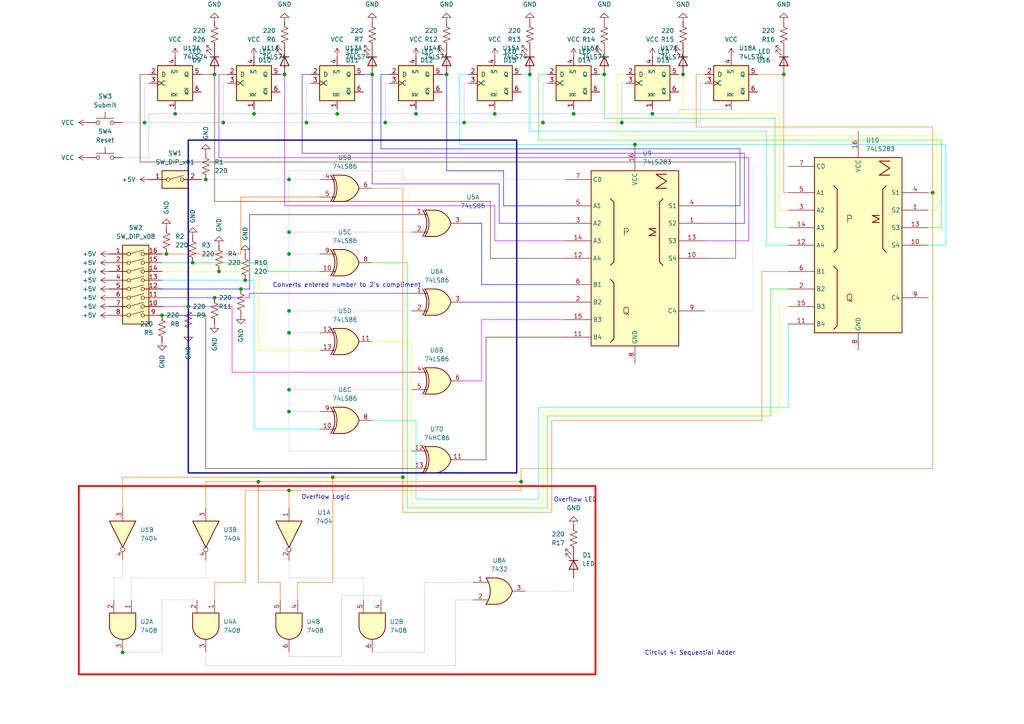
<source format=kicad_sch>
(kicad_sch (version 20231120) (generator "eeschema") (generator_version "8.0")
  (paper "A4")
  (lib_symbols
    (symbol "74xx:74LS04"
      (property "Reference" "U" (at 0 1.27 0))
      (property "Value" "74LS04" (at 0 -1.27 0))
      (symbol "74LS04_1_0"
        (pin input line (at -7.62 0 0) (length 3.81) (name "~") (number "1"))
        (pin output inverted (at 7.62 0 180) (length 3.81) (name "~") (number "2"))
      )
      (symbol "74LS04_2_0"
        (pin input line (at -7.62 0 0) (length 3.81) (name "~") (number "3"))
        (pin output inverted (at 7.62 0 180) (length 3.81) (name "~") (number "4"))
      )
      (symbol "74LS04_3_0"
        (pin input line (at -7.62 0 0) (length 3.81) (name "~") (number "5"))
        (pin output inverted (at 7.62 0 180) (length 3.81) (name "~") (number "6"))
      )
      (symbol "74LS04_4_0"
        (pin output inverted (at 7.62 0 180) (length 3.81) (name "~") (number "8"))
        (pin input line (at -7.62 0 0) (length 3.81) (name "~") (number "9"))
      )
      (symbol "74LS04_5_0"
        (pin output inverted (at 7.62 0 180) (length 3.81) (name "~") (number "10"))
        (pin input line (at -7.62 0 0) (length 3.81) (name "~") (number "11"))
      )
      (symbol "74LS04_6_0"
        (pin output inverted (at 7.62 0 180) (length 3.81) (name "~") (number "12"))
        (pin input line (at -7.62 0 0) (length 3.81) (name "~") (number "13"))
      )
      (symbol "74LS04_7_0"
        (pin power_in line (at 0 12.7 270) (length 5.08) (name "VCC") (number "14"))
        (pin power_in line (at 0 -12.7 90) (length 5.08) (name "GND") (number "7"))
      )
    )
    (symbol "74xx:74LS08" (pin_names (offset 1.016))
      (property "Reference" "U" (at 0 1.27 0))
      (property "Value" "74LS08" (at 0 -1.27 0))
      (symbol "74LS08_1_1"
        (pin input line (at -7.62 2.54 0) (length 3.81) (name "~") (number "1"))
        (pin input line (at -7.62 -2.54 0) (length 3.81) (name "~") (number "2"))
        (pin output line (at 7.62 0 180) (length 3.81) (name "~") (number "3"))
      )
      (symbol "74LS08_1_2"
        (pin input inverted (at -7.62 2.54 0) (length 4.318) (name "~") (number "1"))
        (pin input inverted (at -7.62 -2.54 0) (length 4.318) (name "~") (number "2"))
        (pin output inverted (at 7.62 0 180) (length 3.81) (name "~") (number "3"))
      )
      (symbol "74LS08_2_1"
        (pin input line (at -7.62 2.54 0) (length 3.81) (name "~") (number "4"))
        (pin input line (at -7.62 -2.54 0) (length 3.81) (name "~") (number "5"))
        (pin output line (at 7.62 0 180) (length 3.81) (name "~") (number "6"))
      )
      (symbol "74LS08_2_2"
        (pin input inverted (at -7.62 2.54 0) (length 4.318) (name "~") (number "4"))
        (pin input inverted (at -7.62 -2.54 0) (length 4.318) (name "~") (number "5"))
        (pin output inverted (at 7.62 0 180) (length 3.81) (name "~") (number "6"))
      )
      (symbol "74LS08_3_1"
        (pin input line (at -7.62 -2.54 0) (length 3.81) (name "~") (number "10"))
        (pin output line (at 7.62 0 180) (length 3.81) (name "~") (number "8"))
        (pin input line (at -7.62 2.54 0) (length 3.81) (name "~") (number "9"))
      )
      (symbol "74LS08_3_2"
        (pin input inverted (at -7.62 -2.54 0) (length 4.318) (name "~") (number "10"))
        (pin output inverted (at 7.62 0 180) (length 3.81) (name "~") (number "8"))
        (pin input inverted (at -7.62 2.54 0) (length 4.318) (name "~") (number "9"))
      )
      (symbol "74LS08_4_1"
        (pin output line (at 7.62 0 180) (length 3.81) (name "~") (number "11"))
        (pin input line (at -7.62 2.54 0) (length 3.81) (name "~") (number "12"))
        (pin input line (at -7.62 -2.54 0) (length 3.81) (name "~") (number "13"))
      )
      (symbol "74LS08_4_2"
        (pin output inverted (at 7.62 0 180) (length 3.81) (name "~") (number "11"))
        (pin input inverted (at -7.62 2.54 0) (length 4.318) (name "~") (number "12"))
        (pin input inverted (at -7.62 -2.54 0) (length 4.318) (name "~") (number "13"))
      )
      (symbol "74LS08_5_0"
        (pin power_in line (at 0 12.7 270) (length 5.08) (name "VCC") (number "14"))
        (pin power_in line (at 0 -12.7 90) (length 5.08) (name "GND") (number "7"))
      )
    )
    (symbol "74xx:74LS32" (pin_names (offset 1.016))
      (property "Reference" "U" (at 0 1.27 0))
      (property "Value" "74LS32" (at 0 -1.27 0))
      (symbol "74LS32_1_1"
        (pin input line (at -7.62 2.54 0) (length 4.318) (name "~") (number "1"))
        (pin input line (at -7.62 -2.54 0) (length 4.318) (name "~") (number "2"))
        (pin output line (at 7.62 0 180) (length 3.81) (name "~") (number "3"))
      )
      (symbol "74LS32_1_2"
        (pin input inverted (at -7.62 2.54 0) (length 3.81) (name "~") (number "1"))
        (pin input inverted (at -7.62 -2.54 0) (length 3.81) (name "~") (number "2"))
        (pin output inverted (at 7.62 0 180) (length 3.81) (name "~") (number "3"))
      )
      (symbol "74LS32_2_1"
        (pin input line (at -7.62 2.54 0) (length 4.318) (name "~") (number "4"))
        (pin input line (at -7.62 -2.54 0) (length 4.318) (name "~") (number "5"))
        (pin output line (at 7.62 0 180) (length 3.81) (name "~") (number "6"))
      )
      (symbol "74LS32_2_2"
        (pin input inverted (at -7.62 2.54 0) (length 3.81) (name "~") (number "4"))
        (pin input inverted (at -7.62 -2.54 0) (length 3.81) (name "~") (number "5"))
        (pin output inverted (at 7.62 0 180) (length 3.81) (name "~") (number "6"))
      )
      (symbol "74LS32_3_1"
        (pin input line (at -7.62 -2.54 0) (length 4.318) (name "~") (number "10"))
        (pin output line (at 7.62 0 180) (length 3.81) (name "~") (number "8"))
        (pin input line (at -7.62 2.54 0) (length 4.318) (name "~") (number "9"))
      )
      (symbol "74LS32_3_2"
        (pin input inverted (at -7.62 -2.54 0) (length 3.81) (name "~") (number "10"))
        (pin output inverted (at 7.62 0 180) (length 3.81) (name "~") (number "8"))
        (pin input inverted (at -7.62 2.54 0) (length 3.81) (name "~") (number "9"))
      )
      (symbol "74LS32_4_1"
        (pin output line (at 7.62 0 180) (length 3.81) (name "~") (number "11"))
        (pin input line (at -7.62 2.54 0) (length 4.318) (name "~") (number "12"))
        (pin input line (at -7.62 -2.54 0) (length 4.318) (name "~") (number "13"))
      )
      (symbol "74LS32_4_2"
        (pin output inverted (at 7.62 0 180) (length 3.81) (name "~") (number "11"))
        (pin input inverted (at -7.62 2.54 0) (length 3.81) (name "~") (number "12"))
        (pin input inverted (at -7.62 -2.54 0) (length 3.81) (name "~") (number "13"))
      )
      (symbol "74LS32_5_0"
        (pin power_in line (at 0 12.7 270) (length 5.08) (name "VCC") (number "14"))
        (pin power_in line (at 0 -12.7 90) (length 5.08) (name "GND") (number "7"))
      )
    )
    (symbol "74xx:74LS74" (pin_names (offset 1.016))
      (property "Reference" "U" (at -7.62 8.89 0))
      (property "Value" "74LS74" (at -7.62 -8.89 0))
      (symbol "74LS74_1_0"
        (pin input line (at 0 -7.62 90) (length 2.54) (name "~{R}") (number "1"))
        (pin input line (at -7.62 2.54 0) (length 2.54) (name "D") (number "2"))
        (pin input clock (at -7.62 0 0) (length 2.54) (name "C") (number "3"))
        (pin input line (at 0 7.62 270) (length 2.54) (name "~{S}") (number "4"))
        (pin output line (at 7.62 2.54 180) (length 2.54) (name "Q") (number "5"))
        (pin output line (at 7.62 -2.54 180) (length 2.54) (name "~{Q}") (number "6"))
      )
      (symbol "74LS74_2_0"
        (pin input line (at 0 7.62 270) (length 2.54) (name "~{S}") (number "10"))
        (pin input clock (at -7.62 0 0) (length 2.54) (name "C") (number "11"))
        (pin input line (at -7.62 2.54 0) (length 2.54) (name "D") (number "12"))
        (pin input line (at 0 -7.62 90) (length 2.54) (name "~{R}") (number "13"))
        (pin output line (at 7.62 -2.54 180) (length 2.54) (name "~{Q}") (number "8"))
        (pin output line (at 7.62 2.54 180) (length 2.54) (name "Q") (number "9"))
      )
      (symbol "74LS74_3_0"
        (pin power_in line (at 0 10.16 270) (length 2.54) (name "VCC") (number "14"))
        (pin power_in line (at 0 -10.16 90) (length 2.54) (name "GND") (number "7"))
      )
    )
    (symbol "74xx:74LS86" (pin_names (offset 1.016))
      (property "Reference" "U" (at 0 1.27 0))
      (property "Value" "74LS86" (at 0 -1.27 0))
      (symbol "74LS86_1_0"
        (pin input line (at -7.62 2.54 0) (length 4.445) (name "~") (number "1"))
        (pin input line (at -7.62 -2.54 0) (length 4.445) (name "~") (number "2"))
        (pin output line (at 7.62 0 180) (length 3.81) (name "~") (number "3"))
      )
      (symbol "74LS86_2_0"
        (pin input line (at -7.62 2.54 0) (length 4.445) (name "~") (number "4"))
        (pin input line (at -7.62 -2.54 0) (length 4.445) (name "~") (number "5"))
        (pin output line (at 7.62 0 180) (length 3.81) (name "~") (number "6"))
      )
      (symbol "74LS86_3_0"
        (pin input line (at -7.62 -2.54 0) (length 4.445) (name "~") (number "10"))
        (pin output line (at 7.62 0 180) (length 3.81) (name "~") (number "8"))
        (pin input line (at -7.62 2.54 0) (length 4.445) (name "~") (number "9"))
      )
      (symbol "74LS86_4_0"
        (pin output line (at 7.62 0 180) (length 3.81) (name "~") (number "11"))
        (pin input line (at -7.62 2.54 0) (length 4.445) (name "~") (number "12"))
        (pin input line (at -7.62 -2.54 0) (length 4.445) (name "~") (number "13"))
      )
      (symbol "74LS86_5_0"
        (pin power_in line (at 0 12.7 270) (length 5.08) (name "VCC") (number "14"))
        (pin power_in line (at 0 -12.7 90) (length 5.08) (name "GND") (number "7"))
      )
    )
    (symbol "74xx_IEEE:74LS283"
      (property "Reference" "U" (at 15.24 30.48 0))
      (property "Value" "74LS283" (at 15.24 -30.48 0))
      (symbol "74LS283_0_0"
        (text "P" (at -2.54 7.62 0) (effects (font (size 2.032 2.032))))
        (text "Q" (at -2.54 -15.24 0) (effects (font (size 2.032 2.032))))
        (pin power_in line (at 0 33.02 270) (length 7.62) (name "VCC") (number "16"))
        (pin power_in line (at 0 -30.48 90) (length 5.08) (name "GND") (number "8"))
      )
      (symbol "74LS283_1_1"
        (pin output line (at 20.32 10.16 180) (length 7.62) (name "S2") (number "1"))
        (pin output line (at 20.32 0 180) (length 7.62) (name "S4") (number "10"))
        (pin input line (at -20.32 -22.86 0) (length 7.62) (name "B4") (number "11"))
        (pin input line (at -20.32 0 0) (length 7.62) (name "A4") (number "12"))
        (pin output line (at 20.32 5.08 180) (length 7.62) (name "S3") (number "13"))
        (pin input line (at -20.32 5.08 0) (length 7.62) (name "A3") (number "14"))
        (pin input line (at -20.32 -17.78 0) (length 7.62) (name "B3") (number "15"))
        (pin input line (at -20.32 -12.7 0) (length 7.62) (name "B2") (number "2"))
        (pin input line (at -20.32 10.16 0) (length 7.62) (name "A2") (number "3"))
        (pin output line (at 20.32 15.24 180) (length 7.62) (name "S1") (number "4"))
        (pin input line (at -20.32 15.24 0) (length 7.62) (name "A1") (number "5"))
        (pin input line (at -20.32 -7.62 0) (length 7.62) (name "B1") (number "6"))
        (pin input line (at -20.32 22.86 0) (length 7.62) (name "C0") (number "7"))
        (pin output line (at 20.32 -15.24 180) (length 7.62) (name "C4") (number "9"))
      )
    )
    (symbol "Device:LED" (pin_numbers hide) (pin_names (offset 1.016) hide)
      (property "Reference" "D" (at 0 2.54 0))
      (property "Value" "LED" (at 0 -2.54 0))
      (symbol "LED_1_1"
        (pin passive line (at -3.81 0 0) (length 2.54) (name "K") (number "1"))
        (pin passive line (at 3.81 0 180) (length 2.54) (name "A") (number "2"))
      )
    )
    (symbol "Device:R_US" (pin_numbers hide) (pin_names (offset 0))
      (property "Reference" "R" (at 2.54 0 90))
      (property "Value" "R_US" (at -2.54 0 90))
      (symbol "R_US_1_1"
        (pin passive line (at 0 3.81 270) (length 1.27) (name "~") (number "1"))
        (pin passive line (at 0 -3.81 90) (length 1.27) (name "~") (number "2"))
      )
    )
    (symbol "Switch:SW_DIP_x01" (pin_names (offset 0) hide)
      (property "Reference" "SW" (at 0 3.81 0))
      (property "Value" "SW_DIP_x01" (at 0 -3.81 0))
      (symbol "SW_DIP_x01_1_1"
        (pin passive line (at -7.62 0 0) (length 5.08) (name "~") (number "1"))
        (pin passive line (at 7.62 0 180) (length 5.08) (name "~") (number "2"))
      )
    )
    (symbol "Switch:SW_DIP_x08" (pin_names (offset 0) hide)
      (property "Reference" "SW" (at 0 13.97 0))
      (property "Value" "SW_DIP_x08" (at 0 -11.43 0))
      (symbol "SW_DIP_x08_1_1"
        (pin passive line (at -7.62 10.16 0) (length 5.08) (name "~") (number "1"))
        (pin passive line (at 7.62 -5.08 180) (length 5.08) (name "~") (number "10"))
        (pin passive line (at 7.62 -2.54 180) (length 5.08) (name "~") (number "11"))
        (pin passive line (at 7.62 0 180) (length 5.08) (name "~") (number "12"))
        (pin passive line (at 7.62 2.54 180) (length 5.08) (name "~") (number "13"))
        (pin passive line (at 7.62 5.08 180) (length 5.08) (name "~") (number "14"))
        (pin passive line (at 7.62 7.62 180) (length 5.08) (name "~") (number "15"))
        (pin passive line (at 7.62 10.16 180) (length 5.08) (name "~") (number "16"))
        (pin passive line (at -7.62 7.62 0) (length 5.08) (name "~") (number "2"))
        (pin passive line (at -7.62 5.08 0) (length 5.08) (name "~") (number "3"))
        (pin passive line (at -7.62 2.54 0) (length 5.08) (name "~") (number "4"))
        (pin passive line (at -7.62 0 0) (length 5.08) (name "~") (number "5"))
        (pin passive line (at -7.62 -2.54 0) (length 5.08) (name "~") (number "6"))
        (pin passive line (at -7.62 -5.08 0) (length 5.08) (name "~") (number "7"))
        (pin passive line (at -7.62 -7.62 0) (length 5.08) (name "~") (number "8"))
        (pin passive line (at 7.62 -7.62 180) (length 5.08) (name "~") (number "9"))
      )
    )
    (symbol "Switch:SW_Push" (pin_numbers hide) (pin_names (offset 1.016) hide)
      (property "Reference" "SW" (at 1.27 2.54 0))
      (property "Value" "SW_Push" (at 0 -1.524 0))
      (symbol "SW_Push_0_1"
        (pin passive line (at -5.08 0 0) (length 2.54) (name "1") (number "1"))
        (pin passive line (at 5.08 0 180) (length 2.54) (name "2") (number "2"))
      )
    )
    (symbol "power:+5V" (power) (pin_numbers hide) (pin_names (offset 0) hide)
      (property "Value" "+5V" (at 0 3.556 0))
      (symbol "+5V_1_1"
        (pin power_in line (at 0 0 90) (length 0) (name "~") (number "1"))
      )
    )
    (symbol "power:GND" (power) (pin_numbers hide) (pin_names (offset 0) hide)
      (property "Value" "GND" (at 0 -3.81 0))
      (symbol "GND_1_1"
        (pin power_in line (at 0 0 270) (length 0) (name "~") (number "1"))
      )
    )
    (symbol "power:VCC" (power) (pin_numbers hide) (pin_names (offset 0) hide)
      (property "Value" "VCC" (at 0 3.556 0))
      (symbol "VCC_1_1"
        (pin power_in line (at 0 0 90) (length 0) (name "~") (number "1"))
      )
    )
  )
  (junction (at 83.82 96.52))
  (junction (at 83.82 67.31))
  (junction (at 270.51 55.88))
  (junction (at 107.95 21.59))
  (junction (at 54.61 88.9))
  (junction (at 74.93 139.7))
  (junction (at 63.5 78.74))
  (junction (at 83.82 142.24))
  (junction (at 143.51 33.02))
  (junction (at 157.48 35.56))
  (junction (at 153.67 21.59))
  (junction (at 71.12 81.28))
  (junction (at 151.13 139.7))
  (junction (at 55.88 76.2))
  (junction (at 62.23 21.59))
  (junction (at 134.62 35.56))
  (junction (at 175.26 21.59))
  (junction (at 82.55 21.59))
  (junction (at 189.23 33.02))
  (junction (at 50.8 33.02))
  (junction (at 35.56 189.23))
  (junction (at 111.76 35.56))
  (junction (at 227.33 21.59))
  (junction (at 83.82 52.07))
  (junction (at 129.54 21.59))
  (junction (at 64.77 35.56))
  (junction (at 96.52 138.43))
  (junction (at 59.69 52.07))
  (junction (at 83.82 119.38))
  (junction (at 120.65 33.02))
  (junction (at 69.85 83.82))
  (junction (at 166.37 33.02))
  (junction (at 198.12 21.59))
  (junction (at 83.82 90.17))
  (junction (at 73.66 33.02))
  (junction (at 184.15 41.91))
  (junction (at 48.26 73.66))
  (junction (at 180.34 35.56))
  (junction (at 46.99 91.44))
  (junction (at 88.9 35.56))
  (junction (at 83.82 73.66))
  (junction (at 116.84 138.43))
  (junction (at 83.82 113.03))
  (junction (at 62.23 86.36))
  (junction (at 41.91 35.56))
  (junction (at 97.79 33.02))
  (wire (pts (xy 203.2 35.56) (xy 203.2 24.13)) (stroke (width 0) (color 186 185 255 1)))
  (wire (pts (xy 158.75 120.65) (xy 223.52 120.65)) (stroke (width 0) (color 35 255 0 1)))
  (wire (pts (xy 46.99 189.23) (xy 46.99 173.99)) (stroke (width 0) (color 196 193 255 1)))
  (wire (pts (xy 226.06 60.96) (xy 226.06 33.02)) (stroke (width 0) (color 255 231 0 1)))
  (wire (pts (xy 83.82 73.66) (xy 83.82 90.17)) (stroke (width 0) (color 212 204 255 1)))
  (wire (pts (xy 83.82 189.23) (xy 83.82 190.5)) (stroke (width 0) (color 196 193 255 1)))
  (wire (pts (xy 88.9 35.56) (xy 111.76 35.56)) (stroke (width 0) (color 186 185 255 1)))
  (wire (pts (xy 97.79 33.02) (xy 120.65 33.02)) (stroke (width 0) (color 183 194 255 1)))
  (wire (pts (xy 166.37 33.02) (xy 166.37 31.75)) (stroke (width 0) (color 183 194 255 1)))
  (wire (pts (xy 73.66 81.28) (xy 73.66 124.46)) (stroke (width 0) (color 0 251 255 1)))
  (wire (pts (xy 203.2 24.13) (xy 204.47 24.13)) (stroke (width 0) (color 186 185 255 1)))
  (wire (pts (xy 132.08 193.04) (xy 132.08 173.99)) (stroke (width 0) (color 196 193 255 1)))
  (wire (pts (xy 180.34 35.56) (xy 203.2 35.56)) (stroke (width 0) (color 186 185 255 1)))
  (wire (pts (xy 99.06 190.5) (xy 83.82 190.5)) (stroke (width 0) (color 196 193 255 1)))
  (wire (pts (xy 134.62 87.63) (xy 163.83 87.63)) (stroke (width 0) (color 107 0 255 1)))
  (wire (pts (xy 220.98 78.74) (xy 228.6 78.74)) (stroke (width 0) (color 255 103 0 1)))
  (wire (pts (xy 215.9 44.45) (xy 87.63 44.45)) (stroke (width 0) (color 109 0 255 1)))
  (wire (pts (xy 120.65 121.92) (xy 120.65 144.78)) (stroke (width 0) (color 4 245 255 1)))
  (wire (pts (xy 224.79 66.04) (xy 224.79 34.29)) (stroke (width 0) (color 33 255 0 1)))
  (wire (pts (xy 77.47 78.74) (xy 92.71 78.74)) (stroke (width 0) (color 0 255 44 1)))
  (wire (pts (xy 158.75 147.32) (xy 158.75 120.65)) (stroke (width 0) (color 35 255 0 1)))
  (wire (pts (xy 71.12 142.24) (xy 71.12 168.91)) (stroke (width 0) (color 255 120 0 1)))
  (wire (pts (xy 201.93 36.83) (xy 201.93 21.59)) (stroke (width 0) (color 255 120 0 1)))
  (wire (pts (xy 166.37 171.45) (xy 166.37 167.64)) (stroke (width 0) (color 187 209 255 1)))
  (wire (pts (xy 96.52 168.91) (xy 86.36 168.91)) (stroke (width 0) (color 255 122 0 1)))
  (wire (pts (xy 213.36 46.99) (xy 40.64 46.99)) (stroke (width 0) (color 111 60 0 1)))
  (wire (pts (xy 96.52 138.43) (xy 35.56 138.43)) (stroke (width 0) (color 255 122 0 1)))
  (wire (pts (xy 120.65 144.78) (xy 156.21 144.78)) (stroke (width 0) (color 4 245 255 1)))
  (wire (pts (xy 69.85 83.82) (xy 72.39 83.82)) (stroke (width 0) (color 0 3 255 1)))
  (wire (pts (xy 88.9 24.13) (xy 88.9 35.56)) (stroke (width 0) (color 186 185 255 1)))
  (wire (pts (xy 226.06 88.9) (xy 228.6 88.9)) (stroke (width 0) (color 251 255 0 1)))
  (wire (pts (xy 46.99 76.2) (xy 55.88 76.2)) (stroke (width 0) (color 15 255 0 1)))
  (wire (pts (xy 157.48 35.56) (xy 180.34 35.56)) (stroke (width 0) (color 186 185 255 1)))
  (wire (pts (xy 41.91 24.13) (xy 43.18 24.13)) (stroke (width 0) (color 186 185 255 1)))
  (wire (pts (xy 214.63 59.69) (xy 214.63 43.18)) (stroke (width 0) (color 0 39 255 1)))
  (wire (pts (xy 143.51 33.02) (xy 166.37 33.02)) (stroke (width 0) (color 183 194 255 1)))
  (wire (pts (xy 160.02 148.59) (xy 160.02 121.92)) (stroke (width 0) (color 255 122 0 1)))
  (wire (pts (xy 82.55 21.59) (xy 81.28 21.59)) (stroke (width 0) (color 197 0 255 1)))
  (wire (pts (xy 59.69 91.44) (xy 59.69 135.89)) (stroke (width 0) (color 104 36 2 1)))
  (wire (pts (xy 273.05 66.04) (xy 273.05 40.64)) (stroke (width 0) (color 39 255 0 1)))
  (wire (pts (xy 270.51 36.83) (xy 270.51 55.88)) (stroke (width 0) (color 255 120 0 1)))
  (wire (pts (xy 83.82 49.53) (xy 116.84 49.53)) (stroke (width 0) (color 212 204 255 1)))
  (wire (pts (xy 59.69 91.44) (xy 46.99 91.44)) (stroke (width 0) (color 104 36 2 1)))
  (wire (pts (xy 50.8 33.02) (xy 73.66 33.02)) (stroke (width 0) (color 183 194 255 1)))
  (wire (pts (xy 227.33 21.59) (xy 219.71 21.59)) (stroke (width 0) (color 255 120 0 1)))
  (wire (pts (xy 179.07 39.37) (xy 179.07 21.59)) (stroke (width 0) (color 255 245 0 1)))
  (wire (pts (xy 107.95 21.59) (xy 105.41 21.59)) (stroke (width 0) (color 89 0 255 1)))
  (wire (pts (xy 74.93 168.91) (xy 81.28 168.91)) (stroke (width 0) (color 255 120 0 1)))
  (wire (pts (xy 224.79 66.04) (xy 228.6 66.04)) (stroke (width 0) (color 33 255 0 1)))
  (wire (pts (xy 87.63 44.45) (xy 87.63 21.59)) (stroke (width 0) (color 109 0 255 1)))
  (wire (pts (xy 87.63 21.59) (xy 90.17 21.59)) (stroke (width 0) (color 109 0 255 1)))
  (wire (pts (xy 144.78 64.77) (xy 163.83 64.77)) (stroke (width 0) (color 89 0 255 1)))
  (wire (pts (xy 58.42 52.07) (xy 59.69 52.07)) (stroke (width 0) (color 212 204 255 1)))
  (wire (pts (xy 269.24 55.88) (xy 270.51 55.88)) (stroke (width 0) (color 255 120 0 1)))
  (wire (pts (xy 146.05 59.69) (xy 163.83 59.69)) (stroke (width 0) (color 8 0 255 1)))
  (wire (pts (xy 146.05 49.53) (xy 129.54 49.53)) (stroke (width 0) (color 8 0 255 1)))
  (wire (pts (xy 213.36 74.93) (xy 213.36 46.99)) (stroke (width 0) (color 111 60 0 1)))
  (wire (pts (xy 83.82 167.64) (xy 105.41 167.64)) (stroke (width 0) (color 209 206 255 1)))
  (wire (pts (xy 116.84 138.43) (xy 96.52 138.43)) (stroke (width 0) (color 255 122 0 1)))
  (wire (pts (xy 83.82 113.03) (xy 119.38 113.03)) (stroke (width 0) (color 212 204 255 1)))
  (wire (pts (xy 67.31 107.95) (xy 119.38 107.95)) (stroke (width 0) (color 255 0 216 1)))
  (wire (pts (xy 220.98 121.92) (xy 220.98 78.74)) (stroke (width 0) (color 255 122 0 1)))
  (wire (pts (xy 180.34 24.13) (xy 180.34 35.56)) (stroke (width 0) (color 186 185 255 1)))
  (wire (pts (xy 222.25 38.1) (xy 153.67 38.1)) (stroke (width 0) (color 0 255 244 1)))
  (wire (pts (xy 214.63 43.18) (xy 110.49 43.18)) (stroke (width 0) (color 0 39 255 1)))
  (wire (pts (xy 166.37 33.02) (xy 189.23 33.02)) (stroke (width 0) (color 183 194 255 1)))
  (wire (pts (xy 69.85 57.15) (xy 92.71 57.15)) (stroke (width 0) (color 255 101 0 1)))
  (wire (pts (xy 110.49 43.18) (xy 110.49 21.59)) (stroke (width 0) (color 0 39 255 1)))
  (wire (pts (xy 35.56 189.23) (xy 46.99 189.23)) (stroke (width 0) (color 196 193 255 1)))
  (wire (pts (xy 83.82 90.17) (xy 119.38 90.17)) (stroke (width 0) (color 212 204 255 1)))
  (wire (pts (xy 120.65 33.02) (xy 143.51 33.02)) (stroke (width 0) (color 183 194 255 1)))
  (wire (pts (xy 143.51 33.02) (xy 143.51 31.75)) (stroke (width 0) (color 183 194 255 1)))
  (wire (pts (xy 73.66 33.02) (xy 73.66 31.75)) (stroke (width 0) (color 183 194 255 1)))
  (wire (pts (xy 204.47 59.69) (xy 214.63 59.69)) (stroke (width 0) (color 0 39 255 1)))
  (wire (pts (xy 274.32 71.12) (xy 274.32 41.91)) (stroke (width 0) (color 0 238 255 1)))
  (wire (pts (xy 67.31 88.9) (xy 67.31 107.95)) (stroke (width 0) (color 255 0 216 1)))
  (wire (pts (xy 71.12 81.28) (xy 73.66 81.28)) (stroke (width 0) (color 0 251 255 1)))
  (wire (pts (xy 41.91 24.13) (xy 41.91 35.56)) (stroke (width 0) (color 186 185 255 1)))
  (wire (pts (xy 83.82 49.53) (xy 83.82 52.07)) (stroke (width 0) (color 212 204 255 1)))
  (wire (pts (xy 107.95 76.2) (xy 118.11 76.2)) (stroke (width 0) (color 35 255 0 1)))
  (wire (pts (xy 43.18 33.02) (xy 50.8 33.02)) (stroke (width 0) (color 183 194 255 1)))
  (wire (pts (xy 83.82 142.24) (xy 83.82 147.32)) (stroke (width 0) (color 255 120 0 1)))
  (wire (pts (xy 196.85 33.02) (xy 196.85 31.75)) (stroke (width 0) (color 183 194 255 1)))
  (wire (pts (xy 113.03 24.13) (xy 111.76 24.13)) (stroke (width 0) (color 186 185 255 1)))
  (wire (pts (xy 46.99 173.99) (xy 57.15 173.99)) (stroke (width 0) (color 209 206 255 1)))
  (wire (pts (xy 142.24 74.93) (xy 142.24 58.42)) (stroke (width 0) (color 109 40 0 1)))
  (wire (pts (xy 134.62 35.56) (xy 157.48 35.56)) (stroke (width 0) (color 186 185 255 1)))
  (wire (pts (xy 134.62 133.35) (xy 140.97 133.35)) (stroke (width 0) (color 96 47 0 1)))
  (wire (pts (xy 38.1 167.64) (xy 38.1 173.99)) (stroke (width 0) (color 209 206 255 1)))
  (wire (pts (xy 134.62 64.77) (xy 139.7 64.77)) (stroke (width 0) (color 8 0 255 1)))
  (wire (pts (xy 83.82 52.07) (xy 83.82 67.31)) (stroke (width 0) (color 212 204 255 1)))
  (wire (pts (xy 59.69 162.56) (xy 59.69 167.64)) (stroke (width 0) (color 209 206 255 1)))
  (wire (pts (xy 189.23 33.02) (xy 196.85 33.02)) (stroke (width 0) (color 183 194 255 1)))
  (wire (pts (xy 226.06 60.96) (xy 228.6 60.96)) (stroke (width 0) (color 255 231 0 1)))
  (wire (pts (xy 151.13 135.89) (xy 151.13 139.7)) (stroke (width 0) (color 255 120 0 1)))
  (wire (pts (xy 217.17 69.85) (xy 217.17 45.72)) (stroke (width 0) (color 181 0 255 1)))
  (wire (pts (xy 179.07 21.59) (xy 181.61 21.59)) (stroke (width 0) (color 255 245 0 1)))
  (wire (pts (xy 143.51 59.69) (xy 82.55 59.69)) (stroke (width 0) (color 197 0 255 1)))
  (wire (pts (xy 111.76 24.13) (xy 111.76 35.56)) (stroke (width 0) (color 186 185 255 1)))
  (wire (pts (xy 59.69 167.64) (xy 38.1 167.64)) (stroke (width 0) (color 209 206 255 1)))
  (wire (pts (xy 133.35 21.59) (xy 135.89 21.59)) (stroke (width 0) (color 0 238 255 1)))
  (wire (pts (xy 134.62 110.49) (xy 139.7 110.49)) (stroke (width 0) (color 251 0 255 1)))
  (wire (pts (xy 54.61 88.9) (xy 67.31 88.9)) (stroke (width 0) (color 255 0 216 1)))
  (wire (pts (xy 269.24 71.12) (xy 274.32 71.12)) (stroke (width 0) (color 0 238 255 1)))
  (wire (pts (xy 181.61 24.13) (xy 180.34 24.13)) (stroke (width 0) (color 186 185 255 1)))
  (wire (pts (xy 59.69 189.23) (xy 59.69 193.04)) (stroke (width 0) (color 196 193 255 1)))
  (wire (pts (xy 40.64 46.99) (xy 40.64 21.59)) (stroke (width 0) (color 111 60 0 1)))
  (wire (pts (xy 198.12 33.02) (xy 198.12 21.59)) (stroke (width 0) (color 255 231 0 1)))
  (wire (pts (xy 46.99 81.28) (xy 71.12 81.28)) (stroke (width 0) (color 0 251 255 1)))
  (wire (pts (xy 73.66 33.02) (xy 97.79 33.02)) (stroke (width 0) (color 183 194 255 1)))
  (wire (pts (xy 107.95 53.34) (xy 107.95 21.59)) (stroke (width 0) (color 89 0 255 1)))
  (wire (pts (xy 111.76 35.56) (xy 134.62 35.56)) (stroke (width 0) (color 186 185 255 1)))
  (wire (pts (xy 116.84 49.53) (xy 116.84 52.07)) (stroke (width 0) (color 212 204 255 1)))
  (wire (pts (xy 184.15 41.91) (xy 133.35 41.91)) (stroke (width 0) (color 0 238 255 1)))
  (wire (pts (xy 83.82 162.56) (xy 83.82 167.64)) (stroke (width 0) (color 209 206 255 1)))
  (wire (pts (xy 135.89 24.13) (xy 134.62 24.13)) (stroke (width 0) (color 186 185 255 1)))
  (wire (pts (xy 146.05 59.69) (xy 146.05 49.53)) (stroke (width 0) (color 8 0 255 1)))
  (wire (pts (xy 55.88 76.2) (xy 77.47 76.2)) (stroke (width 0) (color 15 255 0 1)))
  (wire (pts (xy 201.93 21.59) (xy 204.47 21.59)) (stroke (width 0) (color 255 120 0 1)))
  (wire (pts (xy 107.95 99.06) (xy 119.38 99.06)) (stroke (width 0) (color 251 255 0 1)))
  (wire (pts (xy 274.32 41.91) (xy 184.15 41.91)) (stroke (width 0) (color 0 238 255 1)))
  (wire (pts (xy 269.24 66.04) (xy 273.05 66.04)) (stroke (width 0) (color 39 255 0 1)))
  (wire (pts (xy 63.5 21.59) (xy 66.04 21.59)) (stroke (width 0) (color 181 0 255 1)))
  (wire (pts (xy 226.06 33.02) (xy 198.12 33.02)) (stroke (width 0) (color 255 231 0 1)))
  (wire (pts (xy 99.06 172.72) (xy 110.49 172.72)) (stroke (width 0) (color 196 193 255 1)))
  (wire (pts (xy 139.7 82.55) (xy 163.83 82.55)) (stroke (width 0) (color 8 0 255 1)))
  (wire (pts (xy 83.82 73.66) (xy 92.71 73.66)) (stroke (width 0) (color 212 204 255 1)))
  (wire (pts (xy 96.52 138.43) (xy 96.52 168.91)) (stroke (width 0) (color 255 122 0 1)))
  (wire (pts (xy 107.95 121.92) (xy 120.65 121.92)) (stroke (width 0) (color 4 245 255 1)))
  (wire (pts (xy 175.26 21.59) (xy 173.99 21.59)) (stroke (width 0) (color 33 255 0 1)))
  (wire (pts (xy 129.54 21.59) (xy 128.27 21.59)) (stroke (width 0) (color 8 0 255 1)))
  (wire (pts (xy 156.21 144.78) (xy 156.21 118.11)) (stroke (width 0) (color 4 245 255 1)))
  (wire (pts (xy 144.78 53.34) (xy 107.95 53.34)) (stroke (width 0) (color 89 0 255 1)))
  (wire (pts (xy 123.19 189.23) (xy 123.19 168.91)) (stroke (width 0) (color 196 193 255 1)))
  (wire (pts (xy 83.82 113.03) (xy 83.82 119.38)) (stroke (width 0) (color 212 204 255 1)))
  (wire (pts (xy 83.82 142.24) (xy 151.13 142.24)) (stroke (width 0) (color 255 120 0 1)))
  (wire (pts (xy 74.93 78.74) (xy 74.93 101.6)) (stroke (width 0) (color 255 251 0 1)))
  (wire (pts (xy 66.04 24.13) (xy 64.77 24.13)) (stroke (width 0) (color 186 185 255 1)))
  (wire (pts (xy 72.39 85.09) (xy 119.38 85.09)) (stroke (width 0) (color 119 6 255 1)))
  (wire (pts (xy 72.39 86.36) (xy 72.39 85.09)) (stroke (width 0) (color 119 6 255 1)))
  (wire (pts (xy 140.97 133.35) (xy 140.97 97.79)) (stroke (width 0) (color 96 47 0 1)))
  (wire (pts (xy 153.67 21.59) (xy 151.13 21.59)) (stroke (width 0) (color 0 255 244 1)))
  (wire (pts (xy 59.69 52.07) (xy 83.82 52.07)) (stroke (width 0) (color 212 204 255 1)))
  (wire (pts (xy 119.38 146.05) (xy 157.48 146.05)) (stroke (width 0) (color 251 255 0 1)))
  (wire (pts (xy 116.84 148.59) (xy 160.02 148.59)) (stroke (width 0) (color 255 122 0 1)))
  (wire (pts (xy 107.95 189.23) (xy 123.19 189.23)) (stroke (width 0) (color 196 193 255 1)))
  (wire (pts (xy 35.56 45.72) (xy 43.18 45.72)) (stroke (width 0) (color 183 194 255 1)))
  (wire (pts (xy 73.66 124.46) (xy 92.71 124.46)) (stroke (width 0) (color 0 251 255 1)))
  (wire (pts (xy 46.99 78.74) (xy 63.5 78.74)) (stroke (width 0) (color 255 251 0 1)))
  (wire (pts (xy 35.56 162.56) (xy 35.56 167.64)) (stroke (width 0) (color 209 206 255 1)))
  (wire (pts (xy 71.12 168.91) (xy 62.23 168.91)) (stroke (width 0) (color 255 120 0 1)))
  (wire (pts (xy 43.18 45.72) (xy 43.18 33.02)) (stroke (width 0) (color 183 194 255 1)))
  (wire (pts (xy 228.6 93.98) (xy 228.6 118.11)) (stroke (width 0) (color 4 245 255 1)))
  (wire (pts (xy 50.8 33.02) (xy 50.8 31.75)) (stroke (width 0) (color 183 194 255 1)))
  (wire (pts (xy 158.75 24.13) (xy 157.48 24.13)) (stroke (width 0) (color 186 185 255 1)))
  (wire (pts (xy 133.35 41.91) (xy 133.35 21.59)) (stroke (width 0) (color 0 238 255 1)))
  (wire (pts (xy 271.78 39.37) (xy 179.07 39.37)) (stroke (width 0) (color 255 245 0 1)))
  (wire (pts (xy 40.64 21.59) (xy 43.18 21.59)) (stroke (width 0) (color 111 60 0 1)))
  (wire (pts (xy 153.67 38.1) (xy 153.67 21.59)) (stroke (width 0) (color 0 255 244 1)))
  (wire (pts (xy 107.95 54.61) (xy 116.84 54.61)) (stroke (width 0) (color 255 122 0 1)))
  (wire (pts (xy 204.47 90.17) (xy 218.44 90.17)) (stroke (width 0) (color 214 231 255 1)))
  (wire (pts (xy 157.48 146.05) (xy 157.48 119.38)) (stroke (width 0) (color 251 255 0 1)))
  (wire (pts (xy 120.65 33.02) (xy 120.65 31.75)) (stroke (width 0) (color 183 194 255 1)))
  (wire (pts (xy 41.91 35.56) (xy 64.77 35.56)) (stroke (width 0) (color 186 185 255 1)))
  (wire (pts (xy 223.52 83.82) (xy 228.6 83.82)) (stroke (width 0) (color 8 255 0 1)))
  (wire (pts (xy 46.99 83.82) (xy 69.85 83.82)) (stroke (width 0) (color 0 3 255 1)))
  (wire (pts (xy 144.78 64.77) (xy 144.78 53.34)) (stroke (width 0) (color 89 0 255 1)))
  (wire (pts (xy 46.99 88.9) (xy 54.61 88.9)) (stroke (width 0) (color 255 0 216 1)))
  (wire (pts (xy 215.9 64.77) (xy 215.9 44.45)) (stroke (width 0) (color 109 0 255 1)))
  (wire (pts (xy 218.44 90.17) (xy 218.44 48.26)) (stroke (width 0) (color 214 231 255 1)))
  (wire (pts (xy 227.33 55.88) (xy 228.6 55.88)) (stroke (width 0) (color 255 120 0 1)))
  (wire (pts (xy 157.48 24.13) (xy 157.48 35.56)) (stroke (width 0) (color 186 185 255 1)))
  (wire (pts (xy 62.23 168.91) (xy 62.23 173.99)) (stroke (width 0) (color 255 120 0 1)))
  (wire (pts (xy 270.51 135.89) (xy 270.51 55.88)) (stroke (width 0) (color 255 120 0 1)))
  (wire (pts (xy 143.51 69.85) (xy 143.51 59.69)) (stroke (width 0) (color 197 0 255 1)))
  (wire (pts (xy 72.39 62.23) (xy 72.39 83.82)) (stroke (width 0) (color 0 3 255 1)))
  (wire (pts (xy 86.36 168.91) (xy 86.36 173.99)) (stroke (width 0) (color 255 122 0 1)))
  (wire (pts (xy 83.82 52.07) (xy 92.71 52.07)) (stroke (width 0) (color 212 204 255 1)))
  (wire (pts (xy 223.52 120.65) (xy 223.52 83.82)) (stroke (width 0) (color 35 255 0 1)))
  (wire (pts (xy 74.93 139.7) (xy 151.13 139.7)) (stroke (width 0) (color 255 120 0 1)))
  (wire (pts (xy 110.49 172.72) (xy 110.49 173.99)) (stroke (width 0) (color 196 193 255 1)))
  (wire (pts (xy 218.44 48.26) (xy 228.6 48.26)) (stroke (width 0) (color 214 231 255 1)))
  (wire (pts (xy 34.29 189.23) (xy 35.56 189.23)) (stroke (width 0) (color 196 193 255 1)))
  (wire (pts (xy 156.21 40.64) (xy 156.21 21.59)) (stroke (width 0) (color 39 255 0 1)))
  (wire (pts (xy 139.7 92.71) (xy 163.83 92.71)) (stroke (width 0) (color 251 0 255 1)))
  (wire (pts (xy 62.23 21.59) (xy 58.42 21.59)) (stroke (width 0) (color 109 40 0 1)))
  (wire (pts (xy 63.5 45.72) (xy 63.5 21.59)) (stroke (width 0) (color 181 0 255 1)))
  (wire (pts (xy 116.84 54.61) (xy 116.84 138.43)) (stroke (width 0) (color 255 122 0 1)))
  (wire (pts (xy 139.7 64.77) (xy 139.7 82.55)) (stroke (width 0) (color 8 0 255 1)))
  (wire (pts (xy 83.82 96.52) (xy 92.71 96.52)) (stroke (width 0) (color 212 204 255 1)))
  (wire (pts (xy 151.13 139.7) (xy 151.13 142.24)) (stroke (width 0) (color 255 120 0 1)))
  (wire (pts (xy 152.4 171.45) (xy 166.37 171.45)) (stroke (width 0) (color 187 209 255 1)))
  (wire (pts (xy 116.84 52.07) (xy 163.83 52.07)) (stroke (width 0) (color 212 204 255 1)))
  (wire (pts (xy 69.85 57.15) (xy 69.85 73.66)) (stroke (width 0) (color 255 101 0 1)))
  (wire (pts (xy 83.82 96.52) (xy 83.82 113.03)) (stroke (width 0) (color 212 204 255 1)))
  (wire (pts (xy 59.69 135.89) (xy 119.38 135.89)) (stroke (width 0) (color 104 36 2 1)))
  (wire (pts (xy 156.21 21.59) (xy 158.75 21.59)) (stroke (width 0) (color 39 255 0 1)))
  (wire (pts (xy 217.17 45.72) (xy 63.5 45.72)) (stroke (width 0) (color 181 0 255 1)))
  (wire (pts (xy 269.24 60.96) (xy 271.78 60.96)) (stroke (width 0) (color 255 245 0 1)))
  (wire (pts (xy 156.21 118.11) (xy 228.6 118.11)) (stroke (width 0) (color 4 245 255 1)))
  (wire (pts (xy 110.49 21.59) (xy 113.03 21.59)) (stroke (width 0) (color 0 39 255 1)))
  (wire (pts (xy 116.84 138.43) (xy 116.84 148.59)) (stroke (width 0) (color 255 122 0 1)))
  (wire (pts (xy 105.41 167.64) (xy 105.41 173.99)) (stroke (width 0) (color 209 206 255 1)))
  (wire (pts (xy 140.97 97.79) (xy 163.83 97.79)) (stroke (width 0) (color 96 47 0 1)))
  (wire (pts (xy 33.02 167.64) (xy 33.02 173.99)) (stroke (width 0) (color 209 206 255 1)))
  (wire (pts (xy 64.77 35.56) (xy 88.9 35.56)) (stroke (width 0) (color 186 185 255 1)))
  (wire (pts (xy 157.48 119.38) (xy 226.06 119.38)) (stroke (width 0) (color 251 255 0 1)))
  (wire (pts (xy 118.11 147.32) (xy 158.75 147.32)) (stroke (width 0) (color 35 255 0 1)))
  (wire (pts (xy 175.26 34.29) (xy 175.26 21.59)) (stroke (width 0) (color 33 255 0 1)))
  (wire (pts (xy 139.7 110.49) (xy 139.7 92.71)) (stroke (width 0) (color 251 0 255 1)))
  (wire (pts (xy 119.38 99.06) (xy 119.38 146.05)) (stroke (width 0) (color 251 255 0 1)))
  (wire (pts (xy 189.23 33.02) (xy 189.23 31.75)) (stroke (width 0) (color 183 194 255 1)))
  (wire (pts (xy 143.51 69.85) (xy 163.83 69.85)) (stroke (width 0) (color 197 0 255 1)))
  (wire (pts (xy 134.62 24.13) (xy 134.62 35.56)) (stroke (width 0) (color 186 185 255 1)))
  (wire (pts (xy 129.54 49.53) (xy 129.54 21.59)) (stroke (width 0) (color 8 0 255 1)))
  (wire (pts (xy 160.02 121.92) (xy 220.98 121.92)) (stroke (width 0) (color 255 122 0 1)))
  (wire (pts (xy 74.93 139.7) (xy 74.93 168.91)) (stroke (width 0) (color 255 120 0 1)))
  (wire (pts (xy 151.13 135.89) (xy 270.51 135.89)) (stroke (width 0) (color 255 120 0 1)))
  (wire (pts (xy 198.12 21.59) (xy 196.85 21.59)) (stroke (width 0) (color 255 231 0 1)))
  (wire (pts (xy 99.06 172.72) (xy 99.06 190.5)) (stroke (width 0) (color 196 193 255 1)))
  (wire (pts (xy 81.28 168.91) (xy 81.28 173.99)) (stroke (width 0) (color 255 120 0 1)))
  (wire (pts (xy 273.05 40.64) (xy 156.21 40.64)) (stroke (width 0) (color 39 255 0 1)))
  (wire (pts (xy 46.99 73.66) (xy 48.26 73.66)) (stroke (width 0) (color 255 101 0 1)))
  (wire (pts (xy 48.26 73.66) (xy 69.85 73.66)) (stroke (width 0) (color 255 101 0 1)))
  (wire (pts (xy 118.11 76.2) (xy 118.11 147.32)) (stroke (width 0) (color 35 255 0 1)))
  (wire (pts (xy 224.79 34.29) (xy 175.26 34.29)) (stroke (width 0) (color 33 255 0 1)))
  (wire (pts (xy 222.25 71.12) (xy 228.6 71.12)) (stroke (width 0) (color 0 255 244 1)))
  (wire (pts (xy 83.82 119.38) (xy 83.82 130.81)) (stroke (width 0) (color 212 204 255 1)))
  (wire (pts (xy 123.19 168.91) (xy 137.16 168.91)) (stroke (width 0) (color 196 193 255 1)))
  (wire (pts (xy 46.99 86.36) (xy 62.23 86.36)) (stroke (width 0) (color 119 6 255 1)))
  (wire (pts (xy 77.47 76.2) (xy 77.47 78.74)) (stroke (width 0) (color 0 255 44 1)))
  (wire (pts (xy 222.25 71.12) (xy 222.25 38.1)) (stroke (width 0) (color 0 255 244 1)))
  (wire (pts (xy 62.23 86.36) (xy 72.39 86.36)) (stroke (width 0) (color 119 6 255 1)))
  (wire (pts (xy 142.24 58.42) (xy 62.23 58.42)) (stroke (width 0) (color 109 40 0 1)))
  (wire (pts (xy 71.12 142.24) (xy 83.82 142.24)) (stroke (width 0) (color 255 120 0 1)))
  (wire (pts (xy 204.47 64.77) (xy 215.9 64.77)) (stroke (width 0) (color 109 0 255 1)))
  (wire (pts (xy 226.06 119.38) (xy 226.06 88.9)) (stroke (width 0) (color 251 255 0 1)))
  (wire (pts (xy 83.82 130.81) (xy 119.38 130.81)) (stroke (width 0) (color 212 204 255 1)))
  (wire (pts (xy 196.85 31.75) (xy 212.09 31.75)) (stroke (width 0) (color 183 194 255 1)))
  (wire (pts (xy 74.93 139.7) (xy 59.69 139.7)) (stroke (width 0) (color 255 120 0 1)))
  (wire (pts (xy 227.33 55.88) (xy 227.33 21.59)) (stroke (width 0) (color 255 120 0 1)))
  (wire (pts (xy 59.69 193.04) (xy 132.08 193.04)) (stroke (width 0) (color 196 193 255 1)))
  (wire (pts (xy 82.55 59.69) (xy 82.55 21.59)) (stroke (width 0) (color 197 0 255 1)))
  (wire (pts (xy 35.56 167.64) (xy 33.02 167.64)) (stroke (width 0) (color 209 206 255 1)))
  (wire (pts (xy 72.39 62.23) (xy 119.38 62.23)) (stroke (width 0) (color 0 3 255 1)))
  (wire (pts (xy 59.69 139.7) (xy 59.69 147.32)) (stroke (width 0) (color 255 120 0 1)))
  (wire (pts (xy 271.78 60.96) (xy 271.78 39.37)) (stroke (width 0) (color 255 245 0 1)))
  (wire (pts (xy 204.47 69.85) (xy 217.17 69.85)) (stroke (width 0) (color 181 0 255 1)))
  (wire (pts (xy 63.5 78.74) (xy 74.93 78.74)) (stroke (width 0) (color 255 251 0 1)))
  (wire (pts (xy 270.51 36.83) (xy 201.93 36.83)) (stroke (width 0) (color 255 120 0 1)))
  (wire (pts (xy 142.24 74.93) (xy 163.83 74.93)) (stroke (width 0) (color 109 40 0 1)))
  (wire (pts (xy 132.08 173.99) (xy 137.16 173.99)) (stroke (width 0) (color 196 193 255 1)))
  (wire (pts (xy 97.79 33.02) (xy 97.79 31.75)) (stroke (width 0) (color 183 194 255 1)))
  (wire (pts (xy 83.82 67.31) (xy 83.82 73.66)) (stroke (width 0) (color 212 204 255 1)))
  (wire (pts (xy 90.17 24.13) (xy 88.9 24.13)) (stroke (width 0) (color 186 185 255 1)))
  (wire (pts (xy 74.93 101.6) (xy 92.71 101.6)) (stroke (width 0) (color 255 251 0 1)))
  (wire (pts (xy 204.47 74.93) (xy 213.36 74.93)) (stroke (width 0) (color 111 60 0 1)))
  (wire (pts (xy 35.56 138.43) (xy 35.56 147.32)) (stroke (width 0) (color 255 122 0 1)))
  (wire (pts (xy 35.56 35.56) (xy 41.91 35.56)) (stroke (width 0) (color 186 185 255 1)))
  (wire (pts (xy 64.77 24.13) (xy 64.77 35.56)) (stroke (width 0) (color 186 185 255 1)))
  (wire (pts (xy 83.82 67.31) (xy 119.38 67.31)) (stroke (width 0) (color 212 204 255 1)))
  (wire (pts (xy 62.23 58.42) (xy 62.23 21.59)) (stroke (width 0) (color 109 40 0 1)))
  (wire (pts (xy 83.82 90.17) (xy 83.82 96.52)) (stroke (width 0) (color 212 204 255 1)))
  (wire (pts (xy 83.82 119.38) (xy 92.71 119.38)) (stroke (width 0) (color 212 204 255 1)))
  (rectangle (start 22.86 140.97) (end 172.72 195.58) (stroke (width 0.508) (color 255 0 4 1)))
  (rectangle (start 54.61 40.64) (end 149.86 137.16) (stroke (width 0.381)))
  (text "Overflow Logic" (at 94.488 144.272 0) (effects (font (size 1.27 1.27))))
  (text "Converts entered number to 2's compliment" (at 100.584 82.804 0) (effects (font (size 1.27 1.27))))
  (text "Circiut 4: Sequential Adder" (at 200.152 189.484 0) (effects (font (size 1.27 1.27))))
  (text "Overflow LED" (at 166.878 145.034 0) (effects (font (size 1.27 1.27))))
  (symbol (lib_id "Device:LED") (at 166.37 163.83 270) (unit 1)
    (property "Reference" "D1" (at 168.91 160.9724 90) (effects (justify left)))
    (property "Value" "LED" (at 168.91 163.5124 90) (effects (justify left)))
    (property "Description" "Light emitting diode" (effects (hide yes)))
  )
  (symbol (lib_id "power:+5V") (at 43.18 52.07 90) (unit 1)
    (property "Reference" "#PWR01" (effects (hide yes)))
    (property "Value" "+5V" (at 39.37 52.0699 90) (effects (justify left)))
    (property "Description" "Power symbol creates a global label with name \"+5V\"" (effects (hide yes)))
  )
  (symbol (lib_id "power:+5V") (at 31.75 78.74 90) (unit 1)
    (property "Reference" "#PWR04" (effects (hide yes)))
    (property "Value" "+5V" (at 27.94 78.7399 90) (effects (justify left)))
    (property "Description" "Power symbol creates a global label with name \"+5V\"" (effects (hide yes)))
  )
  (symbol (lib_id "74xx_IEEE:74LS283") (at 184.15 74.93 0) (unit 1)
    (property "Reference" "U9" (at 186.3441 44.45 0) (effects (justify left)))
    (property "Value" "74LS283" (at 186.3441 46.99 0) (effects (justify left)))
  )
  (symbol (lib_id "power:GND") (at 198.12 6.35 180) (unit 1)
    (property "Reference" "#PWR035" (effects (hide yes)))
    (property "Value" "GND" (at 198.12 1.27 0))
    (property "Description" "Power symbol creates a global label with name \"GND\" , ground" (effects (hide yes)))
  )
  (symbol (lib_id "power:GND") (at 107.95 6.35 180) (unit 1)
    (property "Reference" "#PWR030" (effects (hide yes)))
    (property "Value" "GND" (at 107.95 1.27 0))
    (property "Description" "Power symbol creates a global label with name \"GND\" , ground" (effects (hide yes)))
  )
  (symbol (lib_id "74xx_IEEE:74LS283") (at 248.92 71.12 0) (unit 1)
    (property "Reference" "U10" (at 251.1141 40.64 0) (effects (justify left)))
    (property "Value" "74LS283" (at 251.1141 43.18 0) (effects (justify left)))
  )
  (symbol (lib_id "Device:R_US") (at 62.23 10.16 180) (unit 1)
    (property "Reference" "R26" (at 59.69 11.4301 0) (effects (justify left)))
    (property "Value" "220" (at 59.69 8.8901 0) (effects (justify left)))
    (property "Description" "Resistor, US symbol" (effects (hide yes)))
  )
  (symbol (lib_id "74xx:74LS04") (at 83.82 154.94 270) (unit 1)
    (property "Reference" "U1" (at 93.98 148.6214 90))
    (property "Value" "7404" (at 93.98 151.1614 90))
    (property "Datasheet" "http://www.ti.com/lit/gpn/sn74LS04" (effects (hide yes)))
    (property "Description" "Hex Inverter" (effects (hide yes)))
  )
  (symbol (lib_id "power:+5V") (at 31.75 91.44 90) (unit 1)
    (property "Reference" "#PWR09" (effects (hide yes)))
    (property "Value" "+5V" (at 27.94 91.4399 90) (effects (justify left)))
    (property "Description" "Power symbol creates a global label with name \"+5V\"" (effects (hide yes)))
  )
  (symbol (lib_id "74xx:74LS86") (at 100.33 121.92 0) (unit 3)
    (property "Reference" "U6" (at 100.0252 113.03 0))
    (property "Value" "74LS86" (at 100.0252 115.57 0))
    (property "Datasheet" "74xx/74ls86.pdf" (effects (hide yes)))
    (property "Description" "Quad 2-input XOR" (effects (hide yes)))
  )
  (symbol (lib_id "power:VCC") (at 73.66 16.51 0) (unit 1)
    (property "Reference" "#PWR022" (effects (hide yes)))
    (property "Value" "VCC" (at 73.66 11.43 0))
    (property "Description" "Power symbol creates a global label with name \"VCC\"" (effects (hide yes)))
  )
  (symbol (lib_id "74xx:74LS74") (at 50.8 24.13 0) (unit 1)
    (property "Reference" "U12" (at 52.9941 13.97 0) (effects (justify left)))
    (property "Value" "74LS74" (at 52.9941 16.51 0) (effects (justify left)))
    (property "Datasheet" "74xx/74hc_hct74.pdf" (effects (hide yes)))
    (property "Description" "Dual D Flip-flop, Set & Reset" (effects (hide yes)))
  )
  (symbol (lib_id "74xx:74LS04") (at 59.69 154.94 270) (unit 2)
    (property "Reference" "U3" (at 64.77 153.6699 90) (effects (justify left)))
    (property "Value" "7404" (at 64.77 156.2099 90) (effects (justify left)))
    (property "Datasheet" "http://www.ti.com/lit/gpn/sn74LS04" (effects (hide yes)))
    (property "Description" "Hex Inverter" (effects (hide yes)))
  )
  (symbol (lib_id "74xx:74LS08") (at 107.95 181.61 270) (unit 2)
    (property "Reference" "U2" (at 113.03 180.3316 90) (effects (justify left)))
    (property "Value" "7408" (at 113.03 182.8716 90) (effects (justify left)))
    (property "Datasheet" "http://www.ti.com/lit/gpn/sn74LS08" (effects (hide yes)))
    (property "Description" "Quad And2" (effects (hide yes)))
  )
  (symbol (lib_id "74xx:74LS08") (at 35.56 181.61 270) (unit 1)
    (property "Reference" "U2" (at 40.64 180.3316 90) (effects (justify left)))
    (property "Value" "7408" (at 40.64 182.8716 90) (effects (justify left)))
    (property "Datasheet" "http://www.ti.com/lit/gpn/sn74LS08" (effects (hide yes)))
    (property "Description" "Quad And2" (effects (hide yes)))
  )
  (symbol (lib_id "power:VCC") (at 25.4 35.56 90) (unit 1)
    (property "Reference" "#PWR015" (effects (hide yes)))
    (property "Value" "VCC" (at 21.59 35.5599 90) (effects (justify left)))
    (property "Description" "Power symbol creates a global label with name \"VCC\"" (effects (hide yes)))
  )
  (symbol (lib_id "74xx:74LS86") (at 100.33 54.61 0) (unit 2)
    (property "Reference" "U5" (at 100.0252 45.72 0))
    (property "Value" "74LS86" (at 100.0252 48.26 0))
    (property "Datasheet" "74xx/74ls86.pdf" (effects (hide yes)))
    (property "Description" "Quad 2-input XOR" (effects (hide yes)))
  )
  (symbol (lib_id "74xx:74LS04") (at 35.56 154.94 270) (unit 2)
    (property "Reference" "U1" (at 40.64 153.6699 90) (effects (justify left)))
    (property "Value" "7404" (at 40.64 156.2099 90) (effects (justify left)))
    (property "Datasheet" "http://www.ti.com/lit/gpn/sn74LS04" (effects (hide yes)))
    (property "Description" "Hex Inverter" (effects (hide yes)))
  )
  (symbol (lib_id "74xx:74LS74") (at 73.66 24.13 0) (unit 1)
    (property "Reference" "U11" (at 75.8541 13.97 0) (effects (justify left)))
    (property "Value" "74LS74" (at 75.8541 16.51 0) (effects (justify left)))
    (property "Datasheet" "74xx/74hc_hct74.pdf" (effects (hide yes)))
    (property "Description" "Dual D Flip-flop, Set & Reset" (effects (hide yes)))
  )
  (symbol (lib_id "74xx:74LS74") (at 212.09 24.13 0) (unit 1)
    (property "Reference" "U18" (at 214.2841 13.97 0) (effects (justify left)))
    (property "Value" "74LS74" (at 214.2841 16.51 0) (effects (justify left)))
    (property "Datasheet" "74xx/74hc_hct74.pdf" (effects (hide yes)))
    (property "Description" "Dual D Flip-flop, Set & Reset" (effects (hide yes)))
  )
  (symbol (lib_id "power:+5V") (at 31.75 73.66 90) (unit 1)
    (property "Reference" "#PWR02" (effects (hide yes)))
    (property "Value" "+5V" (at 27.94 73.6599 90) (effects (justify left)))
    (property "Description" "Power symbol creates a global label with name \"+5V\"" (effects (hide yes)))
  )
  (symbol (lib_id "Device:LED") (at 62.23 17.78 270) (unit 1)
    (property "Reference" "D9" (at 58.42 17.4626 90) (effects (justify right)))
    (property "Value" "LED" (at 58.42 14.9226 90) (effects (justify right)))
    (property "Description" "Light emitting diode" (effects (hide yes)))
  )
  (symbol (lib_id "Device:R_US") (at 54.61 92.71 0) (unit 1)
    (property "Reference" "R8" (at 52.07 93.9801 0) (effects (justify right)))
    (property "Value" "220" (at 52.07 91.4401 0) (effects (justify right)))
    (property "Description" "Resistor, US symbol" (effects (hide yes)))
  )
  (symbol (lib_id "Device:R_US") (at 71.12 77.47 180) (unit 1)
    (property "Reference" "R10" (at 73.66 76.1999 0) (effects (justify right)))
    (property "Value" "220" (at 73.66 78.7399 0) (effects (justify right)))
    (property "Description" "Resistor, US symbol" (effects (hide yes)))
  )
  (symbol (lib_id "power:GND") (at 55.88 68.58 180) (unit 1)
    (property "Reference" "#PWR012" (effects (hide yes)))
    (property "Value" "GND" (at 55.8799 64.77 90) (effects (justify right)))
    (property "Description" "Power symbol creates a global label with name \"GND\" , ground" (effects (hide yes)))
  )
  (symbol (lib_id "power:GND") (at 59.69 44.45 180) (unit 1)
    (property "Reference" "#PWR010" (effects (hide yes)))
    (property "Value" "GND" (at 59.6899 40.64 90) (effects (justify right)))
    (property "Description" "Power symbol creates a global label with name \"GND\" , ground" (effects (hide yes)))
  )
  (symbol (lib_id "74xx:74LS86") (at 127 110.49 0) (unit 2)
    (property "Reference" "U6" (at 126.6952 101.6 0))
    (property "Value" "74LS86" (at 126.6952 104.14 0))
    (property "Datasheet" "74xx/74ls86.pdf" (effects (hide yes)))
    (property "Description" "Quad 2-input XOR" (effects (hide yes)))
  )
  (symbol (lib_id "74xx:74LS86") (at 100.33 99.06 0) (unit 4)
    (property "Reference" "U5" (at 100.0252 90.17 0))
    (property "Value" "74LS86" (at 100.0252 92.71 0))
    (property "Datasheet" "74xx/74ls86.pdf" (effects (hide yes)))
    (property "Description" "Quad 2-input XOR" (effects (hide yes)))
  )
  (symbol (lib_id "Switch:SW_Push") (at 30.48 35.56 0) (unit 1)
    (property "Reference" "SW3" (at 30.48 27.94 0))
    (property "Value" "Submit" (at 30.48 30.48 0))
    (property "Description" "Push button switch, generic, two pins" (effects (hide yes)))
  )
  (symbol (lib_id "74xx:74LS86") (at 127 133.35 0) (unit 4)
    (property "Reference" "U7" (at 126.6952 124.46 0))
    (property "Value" "74HC86" (at 126.6952 127 0))
    (property "Datasheet" "74xx/74ls86.pdf" (effects (hide yes)))
    (property "Description" "Quad 2-input XOR" (effects (hide yes)))
  )
  (symbol (lib_id "power:GND") (at 227.33 6.35 180) (unit 1)
    (property "Reference" "#PWR044" (effects (hide yes)))
    (property "Value" "GND" (at 227.33 1.27 0))
    (property "Description" "Power symbol creates a global label with name \"GND\" , ground" (effects (hide yes)))
  )
  (symbol (lib_id "power:+5V") (at 31.75 81.28 90) (unit 1)
    (property "Reference" "#PWR05" (effects (hide yes)))
    (property "Value" "+5V" (at 27.94 81.2799 90) (effects (justify left)))
    (property "Description" "Power symbol creates a global label with name \"+5V\"" (effects (hide yes)))
  )
  (symbol (lib_id "Device:R_US") (at 48.26 69.85 180) (unit 1)
    (property "Reference" "R2" (at 50.8 68.5799 0) (effects (justify right)))
    (property "Value" "220" (at 50.8 71.1199 0) (effects (justify right)))
    (property "Description" "Resistor, US symbol" (effects (hide yes)))
  )
  (symbol (lib_id "power:GND") (at 71.12 73.66 180) (unit 1)
    (property "Reference" "#PWR019" (effects (hide yes)))
    (property "Value" "GND" (at 71.1199 69.85 90) (effects (justify right)))
    (property "Description" "Power symbol creates a global label with name \"GND\" , ground" (effects (hide yes)))
  )
  (symbol (lib_id "power:GND") (at 46.99 99.06 0) (unit 1)
    (property "Reference" "#PWR014" (effects (hide yes)))
    (property "Value" "GND" (at 46.9901 102.87 90) (effects (justify right)))
    (property "Description" "Power symbol creates a global label with name \"GND\" , ground" (effects (hide yes)))
  )
  (symbol (lib_id "power:+5V") (at 31.75 83.82 90) (unit 1)
    (property "Reference" "#PWR06" (effects (hide yes)))
    (property "Value" "+5V" (at 27.94 83.8199 90) (effects (justify left)))
    (property "Description" "Power symbol creates a global label with name \"+5V\"" (effects (hide yes)))
  )
  (symbol (lib_id "74xx:74LS32") (at 144.78 171.45 0) (unit 1)
    (property "Reference" "U8" (at 144.78 162.56 0))
    (property "Value" "7432" (at 144.78 165.1 0))
    (property "Datasheet" "http://www.ti.com/lit/gpn/sn74LS32" (effects (hide yes)))
    (property "Description" "Quad 2-input OR" (effects (hide yes)))
  )
  (symbol (lib_id "Device:LED") (at 175.26 17.78 270) (unit 1)
    (property "Reference" "D14" (at 171.45 17.4626 90) (effects (justify right)))
    (property "Value" "LED" (at 171.45 14.9226 90) (effects (justify right)))
    (property "Description" "Light emitting diode" (effects (hide yes)))
  )
  (symbol (lib_id "Device:LED") (at 153.67 17.78 270) (unit 1)
    (property "Reference" "D13" (at 149.86 17.4626 90) (effects (justify right)))
    (property "Value" "LED" (at 149.86 14.9226 90) (effects (justify right)))
    (property "Description" "Light emitting diode" (effects (hide yes)))
  )
  (symbol (lib_id "power:GND") (at 69.85 91.44 0) (unit 1)
    (property "Reference" "#PWR020" (effects (hide yes)))
    (property "Value" "GND" (at 69.8501 95.25 90) (effects (justify right)))
    (property "Description" "Power symbol creates a global label with name \"GND\" , ground" (effects (hide yes)))
  )
  (symbol (lib_id "Device:R_US") (at 62.23 90.17 0) (unit 1)
    (property "Reference" "R9" (at 59.69 91.4401 0) (effects (justify right)))
    (property "Value" "220" (at 59.69 88.9001 0) (effects (justify right)))
    (property "Description" "Resistor, US symbol" (effects (hide yes)))
  )
  (symbol (lib_id "power:GND") (at 54.61 96.52 0) (unit 1)
    (property "Reference" "#PWR017" (effects (hide yes)))
    (property "Value" "GND" (at 54.6101 100.33 90) (effects (justify right)))
    (property "Description" "Power symbol creates a global label with name \"GND\" , ground" (effects (hide yes)))
  )
  (symbol (lib_id "power:VCC") (at 166.37 16.51 0) (unit 1)
    (property "Reference" "#PWR026" (effects (hide yes)))
    (property "Value" "VCC" (at 166.37 11.43 0))
    (property "Description" "Power symbol creates a global label with name \"VCC\"" (effects (hide yes)))
  )
  (symbol (lib_id "power:VCC") (at 189.23 16.51 0) (unit 1)
    (property "Reference" "#PWR027" (effects (hide yes)))
    (property "Value" "VCC" (at 189.23 11.43 0))
    (property "Description" "Power symbol creates a global label with name \"VCC\"" (effects (hide yes)))
  )
  (symbol (lib_id "Device:R_US") (at 59.69 48.26 180) (unit 1)
    (property "Reference" "R1" (at 62.23 46.9899 0) (effects (justify right)))
    (property "Value" "220" (at 62.23 49.5299 0) (effects (justify right)))
    (property "Description" "Resistor, US symbol" (effects (hide yes)))
  )
  (symbol (lib_id "Device:R_US") (at 227.33 10.16 180) (unit 1)
    (property "Reference" "R16" (at 224.79 11.4301 0) (effects (justify left)))
    (property "Value" "220" (at 224.79 8.8901 0) (effects (justify left)))
    (property "Description" "Resistor, US symbol" (effects (hide yes)))
  )
  (symbol (lib_id "Device:R_US") (at 166.37 156.21 180) (unit 1)
    (property "Reference" "R17" (at 163.83 157.4801 0) (effects (justify left)))
    (property "Value" "220" (at 163.83 154.9401 0) (effects (justify left)))
    (property "Description" "Resistor, US symbol" (effects (hide yes)))
  )
  (symbol (lib_id "Device:LED") (at 107.95 17.78 270) (unit 1)
    (property "Reference" "D11" (at 104.14 17.4626 90) (effects (justify right)))
    (property "Value" "LED" (at 104.14 14.9226 90) (effects (justify right)))
    (property "Description" "Light emitting diode" (effects (hide yes)))
  )
  (symbol (lib_id "74xx:74LS74") (at 189.23 24.13 0) (unit 1)
    (property "Reference" "U17" (at 191.4241 13.97 0) (effects (justify left)))
    (property "Value" "74LS74" (at 191.4241 16.51 0) (effects (justify left)))
    (property "Datasheet" "74xx/74hc_hct74.pdf" (effects (hide yes)))
    (property "Description" "Dual D Flip-flop, Set & Reset" (effects (hide yes)))
  )
  (symbol (lib_id "power:+5V") (at 31.75 86.36 90) (unit 1)
    (property "Reference" "#PWR07" (effects (hide yes)))
    (property "Value" "+5V" (at 27.94 86.3599 90) (effects (justify left)))
    (property "Description" "Power symbol creates a global label with name \"+5V\"" (effects (hide yes)))
  )
  (symbol (lib_id "power:VCC") (at 50.8 16.51 0) (unit 1)
    (property "Reference" "#PWR021" (effects (hide yes)))
    (property "Value" "VCC" (at 50.8 11.43 0))
    (property "Description" "Power symbol creates a global label with name \"VCC\"" (effects (hide yes)))
  )
  (symbol (lib_id "74xx:74LS74") (at 143.51 24.13 0) (unit 1)
    (property "Reference" "U15" (at 145.7041 13.97 0) (effects (justify left)))
    (property "Value" "74LS74" (at 145.7041 16.51 0) (effects (justify left)))
    (property "Datasheet" "74xx/74hc_hct74.pdf" (effects (hide yes)))
    (property "Description" "Dual D Flip-flop, Set & Reset" (effects (hide yes)))
  )
  (symbol (lib_id "power:VCC") (at 97.79 16.51 0) (unit 1)
    (property "Reference" "#PWR023" (effects (hide yes)))
    (property "Value" "VCC" (at 97.79 11.43 0))
    (property "Description" "Power symbol creates a global label with name \"VCC\"" (effects (hide yes)))
  )
  (symbol (lib_id "Device:LED") (at 129.54 17.78 270) (unit 1)
    (property "Reference" "D12" (at 125.73 17.4626 90) (effects (justify right)))
    (property "Value" "LED" (at 125.73 14.9226 90) (effects (justify right)))
    (property "Description" "Light emitting diode" (effects (hide yes)))
  )
  (symbol (lib_id "power:GND") (at 62.23 93.98 0) (unit 1)
    (property "Reference" "#PWR018" (effects (hide yes)))
    (property "Value" "GND" (at 62.2301 97.79 90) (effects (justify right)))
    (property "Description" "Power symbol creates a global label with name \"GND\" , ground" (effects (hide yes)))
  )
  (symbol (lib_id "power:GND") (at 62.23 6.35 180) (unit 1)
    (property "Reference" "#PWR043" (effects (hide yes)))
    (property "Value" "GND" (at 62.23 1.27 0))
    (property "Description" "Power symbol creates a global label with name \"GND\" , ground" (effects (hide yes)))
  )
  (symbol (lib_id "Device:LED") (at 198.12 17.78 270) (unit 1)
    (property "Reference" "D15" (at 194.31 17.4626 90) (effects (justify right)))
    (property "Value" "LED" (at 194.31 14.9226 90) (effects (justify right)))
    (property "Description" "Light emitting diode" (effects (hide yes)))
  )
  (symbol (lib_id "Device:R_US") (at 63.5 74.93 180) (unit 1)
    (property "Reference" "R4" (at 66.04 73.6599 0) (effects (justify right)))
    (property "Value" "220" (at 66.04 76.1999 0) (effects (justify right)))
    (property "Description" "Resistor, US symbol" (effects (hide yes)))
  )
  (symbol (lib_id "power:+5V") (at 31.75 88.9 90) (unit 1)
    (property "Reference" "#PWR08" (effects (hide yes)))
    (property "Value" "+5V" (at 27.94 88.8999 90) (effects (justify left)))
    (property "Description" "Power symbol creates a global label with name \"+5V\"" (effects (hide yes)))
  )
  (symbol (lib_id "Device:R_US") (at 129.54 10.16 180) (unit 1)
    (property "Reference" "R12" (at 127 11.4301 0) (effects (justify left)))
    (property "Value" "220" (at 127 8.8901 0) (effects (justify left)))
    (property "Description" "Resistor, US symbol" (effects (hide yes)))
  )
  (symbol (lib_id "74xx:74LS86") (at 100.33 76.2 0) (unit 3)
    (property "Reference" "U5" (at 100.0252 67.31 0))
    (property "Value" "74LS86" (at 100.0252 69.85 0))
    (property "Datasheet" "74xx/74ls86.pdf" (effects (hide yes)))
    (property "Description" "Quad 2-input XOR" (effects (hide yes)))
  )
  (symbol (lib_id "power:GND") (at 166.37 152.4 180) (unit 1)
    (property "Reference" "#PWR032" (effects (hide yes)))
    (property "Value" "GND" (at 166.37 147.32 0))
    (property "Description" "Power symbol creates a global label with name \"GND\" , ground" (effects (hide yes)))
  )
  (symbol (lib_id "Device:R_US") (at 153.67 10.16 180) (unit 1)
    (property "Reference" "R13" (at 151.13 11.4301 0) (effects (justify left)))
    (property "Value" "220" (at 151.13 8.8901 0) (effects (justify left)))
    (property "Description" "Resistor, US symbol" (effects (hide yes)))
  )
  (symbol (lib_id "power:+5V") (at 31.75 76.2 90) (unit 1)
    (property "Reference" "#PWR03" (effects (hide yes)))
    (property "Value" "+5V" (at 27.94 76.1999 90) (effects (justify left)))
    (property "Description" "Power symbol creates a global label with name \"+5V\"" (effects (hide yes)))
  )
  (symbol (lib_id "Device:R_US") (at 175.26 10.16 180) (unit 1)
    (property "Reference" "R14" (at 172.72 11.4301 0) (effects (justify left)))
    (property "Value" "220" (at 172.72 8.8901 0) (effects (justify left)))
    (property "Description" "Resistor, US symbol" (effects (hide yes)))
  )
  (symbol (lib_id "Device:R_US") (at 46.99 95.25 0) (unit 1)
    (property "Reference" "R5" (at 44.45 96.5201 0) (effects (justify right)))
    (property "Value" "220" (at 44.45 93.9801 0) (effects (justify right)))
    (property "Description" "Resistor, US symbol" (effects (hide yes)))
  )
  (symbol (lib_id "power:GND") (at 48.26 66.04 180) (unit 1)
    (property "Reference" "#PWR011" (effects (hide yes)))
    (property "Value" "GND" (at 48.2599 62.23 90) (effects (justify right)))
    (property "Description" "Power symbol creates a global label with name \"GND\" , ground" (effects (hide yes)))
  )
  (symbol (lib_id "74xx:74LS86") (at 127 64.77 0) (unit 1)
    (property "Reference" "U5" (at 137.16 57.1814 0))
    (property "Value" "74LS86" (at 137.16 59.7214 0))
    (property "Datasheet" "74xx/74ls86.pdf" (effects (hide yes)))
    (property "Description" "Quad 2-input XOR" (effects (hide yes)))
  )
  (symbol (lib_id "74xx:74LS74") (at 120.65 24.13 0) (unit 1)
    (property "Reference" "U14" (at 122.8441 13.97 0) (effects (justify left)))
    (property "Value" "74LS74" (at 122.8441 16.51 0) (effects (justify left)))
    (property "Datasheet" "74xx/74hc_hct74.pdf" (effects (hide yes)))
    (property "Description" "Dual D Flip-flop, Set & Reset" (effects (hide yes)))
  )
  (symbol (lib_id "power:GND") (at 153.67 6.35 180) (unit 1)
    (property "Reference" "#PWR033" (effects (hide yes)))
    (property "Value" "GND" (at 153.67 1.27 0))
    (property "Description" "Power symbol creates a global label with name \"GND\" , ground" (effects (hide yes)))
  )
  (symbol (lib_id "Switch:SW_DIP_x01") (at 50.8 52.07 0) (unit 1)
    (property "Reference" "SW1" (at 50.8 44.45 0))
    (property "Value" "SW_DIP_x01" (at 50.8 46.99 0))
    (property "Description" "1x DIP Switch, Single Pole Single Throw (SPST) switch, small symbol" (effects (hide yes)))
  )
  (symbol (lib_id "Device:R_US") (at 69.85 87.63 0) (unit 1)
    (property "Reference" "R11" (at 67.31 88.9001 0) (effects (justify right)))
    (property "Value" "220" (at 67.31 86.3601 0) (effects (justify right)))
    (property "Description" "Resistor, US symbol" (effects (hide yes)))
  )
  (symbol (lib_id "power:VCC") (at 212.09 16.51 0) (unit 1)
    (property "Reference" "#PWR028" (effects (hide yes)))
    (property "Value" "VCC" (at 212.09 11.43 0))
    (property "Description" "Power symbol creates a global label with name \"VCC\"" (effects (hide yes)))
  )
  (symbol (lib_id "74xx:74LS86") (at 127 87.63 0) (unit 1)
    (property "Reference" "U6" (at 126.6952 78.74 0))
    (property "Value" "74LS86" (at 126.6952 81.28 0))
    (property "Datasheet" "74xx/74ls86.pdf" (effects (hide yes)))
    (property "Description" "Quad 2-input XOR" (effects (hide yes)))
  )
  (symbol (lib_id "power:GND") (at 129.54 6.35 180) (unit 1)
    (property "Reference" "#PWR031" (effects (hide yes)))
    (property "Value" "GND" (at 129.54 1.27 0))
    (property "Description" "Power symbol creates a global label with name \"GND\" , ground" (effects (hide yes)))
  )
  (symbol (lib_id "Device:R_US") (at 82.55 10.16 180) (unit 1)
    (property "Reference" "R6" (at 80.01 11.4301 0) (effects (justify left)))
    (property "Value" "220" (at 80.01 8.8901 0) (effects (justify left)))
    (property "Description" "Resistor, US symbol" (effects (hide yes)))
  )
  (symbol (lib_id "power:GND") (at 175.26 6.35 180) (unit 1)
    (property "Reference" "#PWR034" (effects (hide yes)))
    (property "Value" "GND" (at 175.26 1.27 0))
    (property "Description" "Power symbol creates a global label with name \"GND\" , ground" (effects (hide yes)))
  )
  (symbol (lib_id "Device:R_US") (at 107.95 10.16 180) (unit 1)
    (property "Reference" "R7" (at 105.41 11.4301 0) (effects (justify left)))
    (property "Value" "220" (at 105.41 8.8901 0) (effects (justify left)))
    (property "Description" "Resistor, US symbol" (effects (hide yes)))
  )
  (symbol (lib_id "Device:R_US") (at 55.88 72.39 180) (unit 1)
    (property "Reference" "R3" (at 58.42 71.1199 0) (effects (justify right)))
    (property "Value" "220" (at 58.42 73.6599 0) (effects (justify right)))
    (property "Description" "Resistor, US symbol" (effects (hide yes)))
  )
  (symbol (lib_id "74xx:74LS74") (at 97.79 24.13 0) (unit 1)
    (property "Reference" "U13" (at 99.9841 13.97 0) (effects (justify left)))
    (property "Value" "74LS74" (at 99.9841 16.51 0) (effects (justify left)))
    (property "Datasheet" "74xx/74hc_hct74.pdf" (effects (hide yes)))
    (property "Description" "Dual D Flip-flop, Set & Reset" (effects (hide yes)))
  )
  (symbol (lib_id "74xx:74LS08") (at 83.82 181.61 270) (unit 2)
    (property "Reference" "U4" (at 88.9 180.3316 90) (effects (justify left)))
    (property "Value" "7408" (at 88.9 182.8716 90) (effects (justify left)))
    (property "Datasheet" "http://www.ti.com/lit/gpn/sn74LS08" (effects (hide yes)))
    (property "Description" "Quad And2" (effects (hide yes)))
  )
  (symbol (lib_id "power:VCC") (at 120.65 16.51 0) (unit 1)
    (property "Reference" "#PWR024" (effects (hide yes)))
    (property "Value" "VCC" (at 120.65 11.43 0))
    (property "Description" "Power symbol creates a global label with name \"VCC\"" (effects (hide yes)))
  )
  (symbol (lib_id "Device:LED") (at 82.55 17.78 270) (unit 1)
    (property "Reference" "D10" (at 78.74 17.4626 90) (effects (justify right)))
    (property "Value" "LED" (at 78.74 14.9226 90) (effects (justify right)))
    (property "Description" "Light emitting diode" (effects (hide yes)))
  )
  (symbol (lib_id "power:GND") (at 63.5 71.12 180) (unit 1)
    (property "Reference" "#PWR013" (effects (hide yes)))
    (property "Value" "GND" (at 63.4999 67.31 90) (effects (justify right)))
    (property "Description" "Power symbol creates a global label with name \"GND\" , ground" (effects (hide yes)))
  )
  (symbol (lib_id "power:GND") (at 82.55 6.35 180) (unit 1)
    (property "Reference" "#PWR029" (effects (hide yes)))
    (property "Value" "GND" (at 82.55 1.27 0))
    (property "Description" "Power symbol creates a global label with name \"GND\" , ground" (effects (hide yes)))
  )
  (symbol (lib_id "power:VCC") (at 143.51 16.51 0) (unit 1)
    (property "Reference" "#PWR025" (effects (hide yes)))
    (property "Value" "VCC" (at 143.51 11.43 0))
    (property "Description" "Power symbol creates a global label with name \"VCC\"" (effects (hide yes)))
  )
  (symbol (lib_id "Device:R_US") (at 198.12 10.16 180) (unit 1)
    (property "Reference" "R15" (at 195.58 11.4301 0) (effects (justify left)))
    (property "Value" "220" (at 195.58 8.8901 0) (effects (justify left)))
    (property "Description" "Resistor, US symbol" (effects (hide yes)))
  )
  (symbol (lib_id "power:VCC") (at 25.4 45.72 90) (unit 1)
    (property "Reference" "#PWR016" (effects (hide yes)))
    (property "Value" "VCC" (at 21.59 45.7199 90) (effects (justify left)))
    (property "Description" "Power symbol creates a global label with name \"VCC\"" (effects (hide yes)))
  )
  (symbol (lib_id "74xx:74LS74") (at 166.37 24.13 0) (unit 1)
    (property "Reference" "U16" (at 168.5641 13.97 0) (effects (justify left)))
    (property "Value" "74LS74" (at 168.5641 16.51 0) (effects (justify left)))
    (property "Datasheet" "74xx/74hc_hct74.pdf" (effects (hide yes)))
    (property "Description" "Dual D Flip-flop, Set & Reset" (effects (hide yes)))
  )
  (symbol (lib_id "Switch:SW_Push") (at 30.48 45.72 0) (unit 1)
    (property "Reference" "SW4" (at 30.48 38.1 0))
    (property "Value" "Reset" (at 30.48 40.64 0))
    (property "Description" "Push button switch, generic, two pins" (effects (hide yes)))
  )
  (symbol (lib_id "Device:LED") (at 227.33 17.78 270) (unit 1)
    (property "Reference" "D16" (at 223.52 17.4626 90) (effects (justify right)))
    (property "Value" "LED" (at 223.52 14.9226 90) (effects (justify right)))
    (property "Description" "Light emitting diode" (effects (hide yes)))
  )
  (symbol (lib_id "Switch:SW_DIP_x08") (at 39.37 83.82 0) (unit 1)
    (property "Reference" "SW2" (at 39.37 66.04 0))
    (property "Value" "SW_DIP_x08" (at 39.37 68.58 0))
    (property "Description" "8x DIP Switch, Single Pole Single Throw (SPST) switch, small symbol" (effects (hide yes)))
  )
  (symbol (lib_id "74xx:74LS08") (at 59.69 181.61 270) (unit 1)
    (property "Reference" "U4" (at 64.77 180.3316 90) (effects (justify left)))
    (property "Value" "7408" (at 64.77 182.8716 90) (effects (justify left)))
    (property "Datasheet" "http://www.ti.com/lit/gpn/sn74LS08" (effects (hide yes)))
    (property "Description" "Quad And2" (effects (hide yes)))
  )
)
</source>
